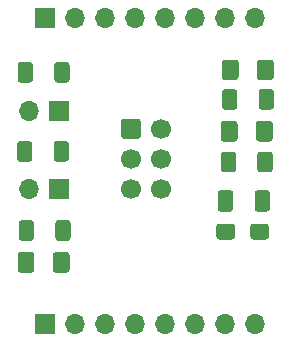
<source format=gts>
%TF.GenerationSoftware,KiCad,Pcbnew,5.1.9+dfsg1-1+deb11u1*%
%TF.CreationDate,2022-11-30T10:15:51+01:00*%
%TF.ProjectId,A500MPU-Adapter,41353030-4d50-4552-9d41-646170746572,2.0*%
%TF.SameCoordinates,Original*%
%TF.FileFunction,Soldermask,Top*%
%TF.FilePolarity,Negative*%
%FSLAX46Y46*%
G04 Gerber Fmt 4.6, Leading zero omitted, Abs format (unit mm)*
G04 Created by KiCad (PCBNEW 5.1.9+dfsg1-1+deb11u1) date 2022-11-30 10:15:51*
%MOMM*%
%LPD*%
G01*
G04 APERTURE LIST*
%ADD10R,1.700000X1.700000*%
%ADD11O,1.700000X1.700000*%
%ADD12C,1.700000*%
G04 APERTURE END LIST*
%TO.C,C1*%
G36*
G01*
X167087000Y-116374999D02*
X167087000Y-117225001D01*
G75*
G02*
X166837001Y-117475000I-249999J0D01*
G01*
X165761999Y-117475000D01*
G75*
G02*
X165512000Y-117225001I0J249999D01*
G01*
X165512000Y-116374999D01*
G75*
G02*
X165761999Y-116125000I249999J0D01*
G01*
X166837001Y-116125000D01*
G75*
G02*
X167087000Y-116374999I0J-249999D01*
G01*
G37*
G36*
G01*
X164212000Y-116374999D02*
X164212000Y-117225001D01*
G75*
G02*
X163962001Y-117475000I-249999J0D01*
G01*
X162886999Y-117475000D01*
G75*
G02*
X162637000Y-117225001I0J249999D01*
G01*
X162637000Y-116374999D01*
G75*
G02*
X162886999Y-116125000I249999J0D01*
G01*
X163962001Y-116125000D01*
G75*
G02*
X164212000Y-116374999I0J-249999D01*
G01*
G37*
%TD*%
%TO.C,C2*%
G36*
G01*
X167187000Y-113549998D02*
X167187000Y-114850002D01*
G75*
G02*
X166937002Y-115100000I-249998J0D01*
G01*
X166111998Y-115100000D01*
G75*
G02*
X165862000Y-114850002I0J249998D01*
G01*
X165862000Y-113549998D01*
G75*
G02*
X166111998Y-113300000I249998J0D01*
G01*
X166937002Y-113300000D01*
G75*
G02*
X167187000Y-113549998I0J-249998D01*
G01*
G37*
G36*
G01*
X164062000Y-113549998D02*
X164062000Y-114850002D01*
G75*
G02*
X163812002Y-115100000I-249998J0D01*
G01*
X162986998Y-115100000D01*
G75*
G02*
X162737000Y-114850002I0J249998D01*
G01*
X162737000Y-113549998D01*
G75*
G02*
X162986998Y-113300000I249998J0D01*
G01*
X163812002Y-113300000D01*
G75*
G02*
X164062000Y-113549998I0J-249998D01*
G01*
G37*
%TD*%
%TO.C,D1*%
G36*
G01*
X163088000Y-103725000D02*
X163088000Y-102475000D01*
G75*
G02*
X163338000Y-102225000I250000J0D01*
G01*
X164263000Y-102225000D01*
G75*
G02*
X164513000Y-102475000I0J-250000D01*
G01*
X164513000Y-103725000D01*
G75*
G02*
X164263000Y-103975000I-250000J0D01*
G01*
X163338000Y-103975000D01*
G75*
G02*
X163088000Y-103725000I0J250000D01*
G01*
G37*
G36*
G01*
X166063000Y-103725000D02*
X166063000Y-102475000D01*
G75*
G02*
X166313000Y-102225000I250000J0D01*
G01*
X167238000Y-102225000D01*
G75*
G02*
X167488000Y-102475000I0J-250000D01*
G01*
X167488000Y-103725000D01*
G75*
G02*
X167238000Y-103975000I-250000J0D01*
G01*
X166313000Y-103975000D01*
G75*
G02*
X166063000Y-103725000I0J250000D01*
G01*
G37*
%TD*%
%TO.C,D2*%
G36*
G01*
X163000000Y-108925000D02*
X163000000Y-107675000D01*
G75*
G02*
X163250000Y-107425000I250000J0D01*
G01*
X164175000Y-107425000D01*
G75*
G02*
X164425000Y-107675000I0J-250000D01*
G01*
X164425000Y-108925000D01*
G75*
G02*
X164175000Y-109175000I-250000J0D01*
G01*
X163250000Y-109175000D01*
G75*
G02*
X163000000Y-108925000I0J250000D01*
G01*
G37*
G36*
G01*
X165975000Y-108925000D02*
X165975000Y-107675000D01*
G75*
G02*
X166225000Y-107425000I250000J0D01*
G01*
X167150000Y-107425000D01*
G75*
G02*
X167400000Y-107675000I0J-250000D01*
G01*
X167400000Y-108925000D01*
G75*
G02*
X167150000Y-109175000I-250000J0D01*
G01*
X166225000Y-109175000D01*
G75*
G02*
X165975000Y-108925000I0J250000D01*
G01*
G37*
%TD*%
%TO.C,D3*%
G36*
G01*
X148775000Y-120025000D02*
X148775000Y-118775000D01*
G75*
G02*
X149025000Y-118525000I250000J0D01*
G01*
X149950000Y-118525000D01*
G75*
G02*
X150200000Y-118775000I0J-250000D01*
G01*
X150200000Y-120025000D01*
G75*
G02*
X149950000Y-120275000I-250000J0D01*
G01*
X149025000Y-120275000D01*
G75*
G02*
X148775000Y-120025000I0J250000D01*
G01*
G37*
G36*
G01*
X145800000Y-120025000D02*
X145800000Y-118775000D01*
G75*
G02*
X146050000Y-118525000I250000J0D01*
G01*
X146975000Y-118525000D01*
G75*
G02*
X147225000Y-118775000I0J-250000D01*
G01*
X147225000Y-120025000D01*
G75*
G02*
X146975000Y-120275000I-250000J0D01*
G01*
X146050000Y-120275000D01*
G75*
G02*
X145800000Y-120025000I0J250000D01*
G01*
G37*
%TD*%
D10*
%TO.C,P1*%
X148100000Y-124600000D03*
D11*
X150640000Y-124600000D03*
X153180000Y-124600000D03*
X155720000Y-124600000D03*
X158260000Y-124600000D03*
X160800000Y-124600000D03*
X163340000Y-124600000D03*
X165880000Y-124600000D03*
%TD*%
D10*
%TO.C,P2*%
X148100000Y-98700000D03*
D11*
X150640000Y-98700000D03*
X153180000Y-98700000D03*
X155720000Y-98700000D03*
X158260000Y-98700000D03*
X160800000Y-98700000D03*
X163340000Y-98700000D03*
X165880000Y-98700000D03*
%TD*%
%TO.C,P3*%
G36*
G01*
X154550000Y-108700000D02*
X154550000Y-107500000D01*
G75*
G02*
X154800000Y-107250000I250000J0D01*
G01*
X156000000Y-107250000D01*
G75*
G02*
X156250000Y-107500000I0J-250000D01*
G01*
X156250000Y-108700000D01*
G75*
G02*
X156000000Y-108950000I-250000J0D01*
G01*
X154800000Y-108950000D01*
G75*
G02*
X154550000Y-108700000I0J250000D01*
G01*
G37*
D12*
X155400000Y-110640000D03*
X155400000Y-113180000D03*
X157940000Y-108100000D03*
X157940000Y-110640000D03*
X157940000Y-113180000D03*
%TD*%
D10*
%TO.C,P4*%
X149300000Y-106600000D03*
D11*
X146760000Y-106600000D03*
%TD*%
%TO.C,P5*%
X146760000Y-113200000D03*
D10*
X149300000Y-113200000D03*
%TD*%
%TO.C,R1*%
G36*
G01*
X163100000Y-106225001D02*
X163100000Y-104974999D01*
G75*
G02*
X163349999Y-104725000I249999J0D01*
G01*
X164150001Y-104725000D01*
G75*
G02*
X164400000Y-104974999I0J-249999D01*
G01*
X164400000Y-106225001D01*
G75*
G02*
X164150001Y-106475000I-249999J0D01*
G01*
X163349999Y-106475000D01*
G75*
G02*
X163100000Y-106225001I0J249999D01*
G01*
G37*
G36*
G01*
X166200000Y-106225001D02*
X166200000Y-104974999D01*
G75*
G02*
X166449999Y-104725000I249999J0D01*
G01*
X167250001Y-104725000D01*
G75*
G02*
X167500000Y-104974999I0J-249999D01*
G01*
X167500000Y-106225001D01*
G75*
G02*
X167250001Y-106475000I-249999J0D01*
G01*
X166449999Y-106475000D01*
G75*
G02*
X166200000Y-106225001I0J249999D01*
G01*
G37*
%TD*%
%TO.C,R2*%
G36*
G01*
X163000000Y-111525001D02*
X163000000Y-110274999D01*
G75*
G02*
X163249999Y-110025000I249999J0D01*
G01*
X164050001Y-110025000D01*
G75*
G02*
X164300000Y-110274999I0J-249999D01*
G01*
X164300000Y-111525001D01*
G75*
G02*
X164050001Y-111775000I-249999J0D01*
G01*
X163249999Y-111775000D01*
G75*
G02*
X163000000Y-111525001I0J249999D01*
G01*
G37*
G36*
G01*
X166100000Y-111525001D02*
X166100000Y-110274999D01*
G75*
G02*
X166349999Y-110025000I249999J0D01*
G01*
X167150001Y-110025000D01*
G75*
G02*
X167400000Y-110274999I0J-249999D01*
G01*
X167400000Y-111525001D01*
G75*
G02*
X167150001Y-111775000I-249999J0D01*
G01*
X166349999Y-111775000D01*
G75*
G02*
X166100000Y-111525001I0J249999D01*
G01*
G37*
%TD*%
%TO.C,R3*%
G36*
G01*
X149000000Y-117325001D02*
X149000000Y-116074999D01*
G75*
G02*
X149249999Y-115825000I249999J0D01*
G01*
X150050001Y-115825000D01*
G75*
G02*
X150300000Y-116074999I0J-249999D01*
G01*
X150300000Y-117325001D01*
G75*
G02*
X150050001Y-117575000I-249999J0D01*
G01*
X149249999Y-117575000D01*
G75*
G02*
X149000000Y-117325001I0J249999D01*
G01*
G37*
G36*
G01*
X145900000Y-117325001D02*
X145900000Y-116074999D01*
G75*
G02*
X146149999Y-115825000I249999J0D01*
G01*
X146950001Y-115825000D01*
G75*
G02*
X147200000Y-116074999I0J-249999D01*
G01*
X147200000Y-117325001D01*
G75*
G02*
X146950001Y-117575000I-249999J0D01*
G01*
X146149999Y-117575000D01*
G75*
G02*
X145900000Y-117325001I0J249999D01*
G01*
G37*
%TD*%
%TO.C,R4*%
G36*
G01*
X148900000Y-103925001D02*
X148900000Y-102674999D01*
G75*
G02*
X149149999Y-102425000I249999J0D01*
G01*
X149950001Y-102425000D01*
G75*
G02*
X150200000Y-102674999I0J-249999D01*
G01*
X150200000Y-103925001D01*
G75*
G02*
X149950001Y-104175000I-249999J0D01*
G01*
X149149999Y-104175000D01*
G75*
G02*
X148900000Y-103925001I0J249999D01*
G01*
G37*
G36*
G01*
X145800000Y-103925001D02*
X145800000Y-102674999D01*
G75*
G02*
X146049999Y-102425000I249999J0D01*
G01*
X146850001Y-102425000D01*
G75*
G02*
X147100000Y-102674999I0J-249999D01*
G01*
X147100000Y-103925001D01*
G75*
G02*
X146850001Y-104175000I-249999J0D01*
G01*
X146049999Y-104175000D01*
G75*
G02*
X145800000Y-103925001I0J249999D01*
G01*
G37*
%TD*%
%TO.C,R5*%
G36*
G01*
X145750000Y-110625001D02*
X145750000Y-109374999D01*
G75*
G02*
X145999999Y-109125000I249999J0D01*
G01*
X146800001Y-109125000D01*
G75*
G02*
X147050000Y-109374999I0J-249999D01*
G01*
X147050000Y-110625001D01*
G75*
G02*
X146800001Y-110875000I-249999J0D01*
G01*
X145999999Y-110875000D01*
G75*
G02*
X145750000Y-110625001I0J249999D01*
G01*
G37*
G36*
G01*
X148850000Y-110625001D02*
X148850000Y-109374999D01*
G75*
G02*
X149099999Y-109125000I249999J0D01*
G01*
X149900001Y-109125000D01*
G75*
G02*
X150150000Y-109374999I0J-249999D01*
G01*
X150150000Y-110625001D01*
G75*
G02*
X149900001Y-110875000I-249999J0D01*
G01*
X149099999Y-110875000D01*
G75*
G02*
X148850000Y-110625001I0J249999D01*
G01*
G37*
%TD*%
M02*

</source>
